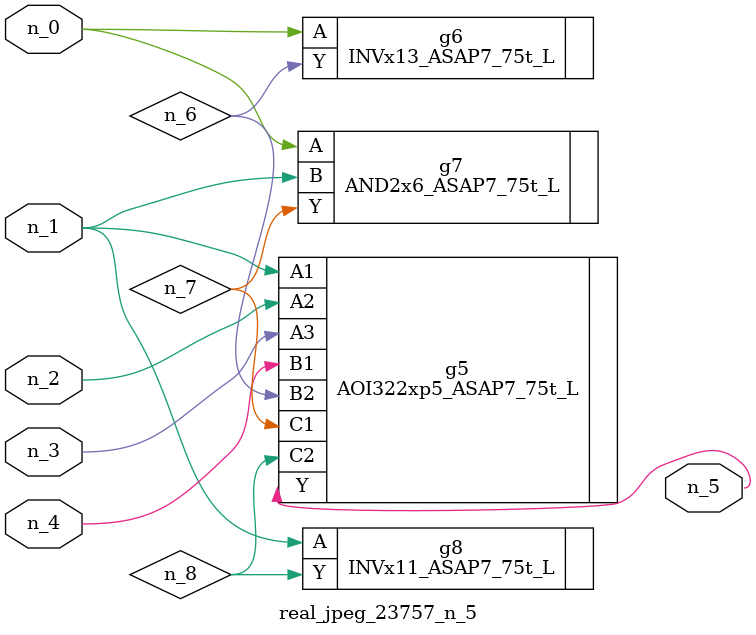
<source format=v>
module real_jpeg_23757_n_5 (n_4, n_0, n_1, n_2, n_3, n_5);

input n_4;
input n_0;
input n_1;
input n_2;
input n_3;

output n_5;

wire n_8;
wire n_6;
wire n_7;

INVx13_ASAP7_75t_L g6 ( 
.A(n_0),
.Y(n_6)
);

AND2x6_ASAP7_75t_L g7 ( 
.A(n_0),
.B(n_1),
.Y(n_7)
);

AOI322xp5_ASAP7_75t_L g5 ( 
.A1(n_1),
.A2(n_2),
.A3(n_3),
.B1(n_4),
.B2(n_6),
.C1(n_7),
.C2(n_8),
.Y(n_5)
);

INVx11_ASAP7_75t_L g8 ( 
.A(n_1),
.Y(n_8)
);


endmodule
</source>
